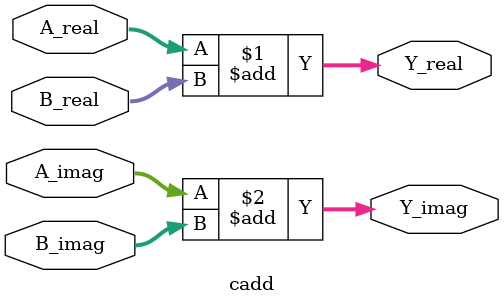
<source format=sv>

module cadd #(
    parameter DATA_WIDTH = 16    // for each real and imaginary
)(
    input  logic signed [DATA_WIDTH-1:0] A_real,
    input  logic signed [DATA_WIDTH-1:0] A_imag,
    input  logic signed [DATA_WIDTH-1:0] B_real,
    input  logic signed [DATA_WIDTH-1:0] B_imag,
    output logic signed [DATA_WIDTH-1:0] Y_real,
    output logic signed [DATA_WIDTH-1:0] Y_imag
);

    assign Y_real = A_real + B_real;   // real = real + real
    assign Y_imag = A_imag + B_imag;   // imag = imag + imag

endmodule : cadd

</source>
